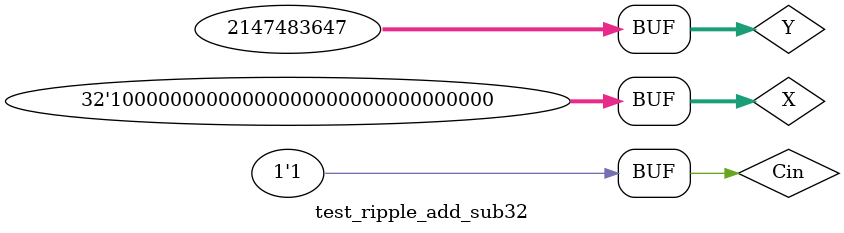
<source format=v>
`timescale 1ns / 1ps


module test_ripple_add_sub32;

    // Inputs
    reg [31:0] X, Y;
    reg Cin;

    // Outputs
    wire Cout;
    wire [31:0] S;

    // Instantiate the module
    ripple_add_sub32 uut (
        .X(X),
        .Y(Y),
        .Cin(Cin),
        .Cout(Cout),
        .S(S)
    );

    initial begin
        X = 32'h0000; Y = 32'h0001; Cin = 0; #10;
        X = 32'hF000; Y = 32'h000F; Cin = 0; #10;
        X = 32'hF0000000; Y = 32'h10000000; Cin = 0; #10;
        X = 32'h9FFFFFFF; Y = 32'h9FFFFFFF; Cin = 0; #10;

        X = 32'h0001; Y = 32'h0001; Cin = 1; #10;
        X = 32'h000F; Y = 32'h000E; Cin = 1; #10;
        X = 32'hFFFF; Y = 32'hFF88; Cin = 1; #10;

        X = 32'hF0000000; Y = 32'hF0000000; Cin = 1; #10;
        X = 32'h80000000; Y = 32'h7FFFFFFF; Cin = 1; #10;
    end

    always @(X, Y, Cin, S) begin
        #1;

        $display("X=%h, Y=%h, Cin=%b, S=%b %h, Cout=%b", X, Y, Cin, S[31:28], S[27:0], Cout);

        // Testing for overflow
        if ((X[31] && Y[31] && ~S[31]) && Cout !== 1) begin
            $display("ERROR: NO OVERFLOW: X = %h, Y = %h, Cin = %b, S = %h, Cout = %b", X, Y, Cin, S, Cout);
        end
        else if ((~X[31] && ~Y[31] && S[31]) && Cout !== 1) begin
            $display("ERROR: NO OVERFLOW: X = %h, Y = %h, Cin = %b, S = %h, Cout = %b", X, Y, Cin, S, Cout);
        end
    end
endmodule

</source>
